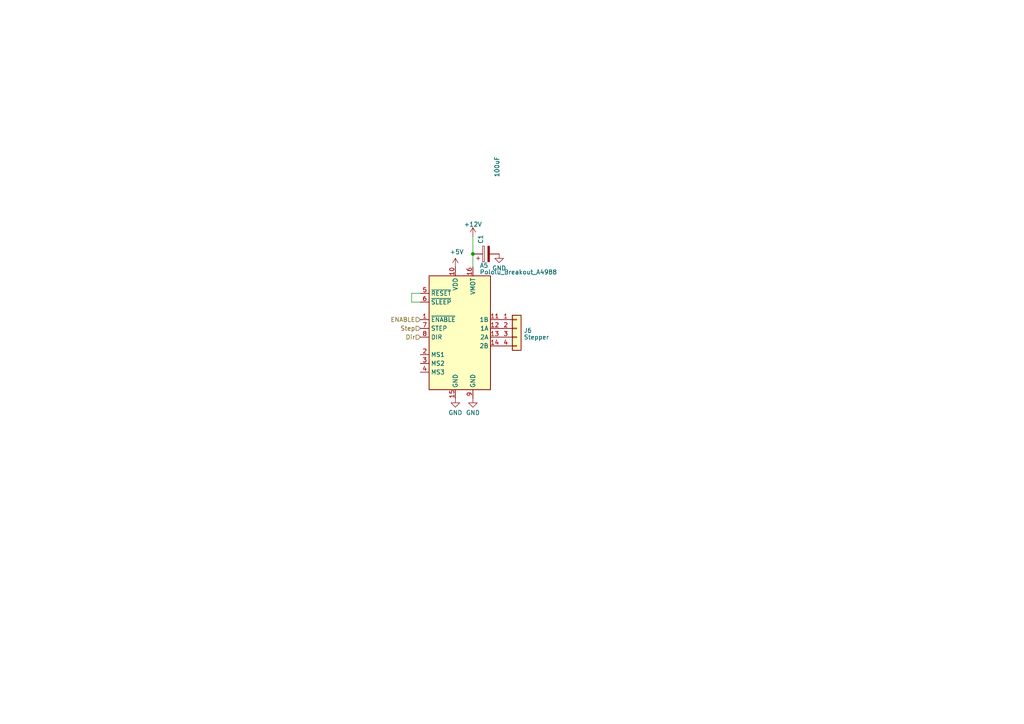
<source format=kicad_sch>
(kicad_sch (version 20230121) (generator eeschema)
  (paper "A4")
  (lib_symbols
    (symbol "AA-ROBSCH:Stepper-Board"
      (property "Reference" "A3" (at 7.0359 18.2499 0))
      (property "Value" "Pololu_Breakout_A4988" (at 7.0359 16.3289 0))
      (symbol "Stepper-Board_0_1"
        (rectangle (start 10.16 -17.78) (end -7.62 15.24) (stroke (width 0.254)) (fill (type background)))
      )
      (symbol "Stepper-Board_1_1"
        (pin input line (at -10.16 2.54 0) (length 2.54) (name "~{ENABLE}") (number "1"))
        (pin power_in line (at 0 17.78 270) (length 2.54) (name "VDD") (number "10"))
        (pin output line (at 12.7 2.54 180) (length 2.54) (name "1B") (number "11"))
        (pin output line (at 12.7 0 180) (length 2.54) (name "1A") (number "12"))
        (pin output line (at 12.7 -2.54 180) (length 2.54) (name "2A") (number "13"))
        (pin output line (at 12.7 -5.08 180) (length 2.54) (name "2B") (number "14"))
        (pin power_in line (at 0 -20.32 90) (length 2.54) (name "GND") (number "15"))
        (pin power_in line (at 5.08 17.78 270) (length 2.54) (name "VMOT") (number "16"))
        (pin input line (at -10.16 -7.62 0) (length 2.54) (name "MS1") (number "2"))
        (pin input line (at -10.16 -10.16 0) (length 2.54) (name "MS2") (number "3"))
        (pin input line (at -10.16 -12.7 0) (length 2.54) (name "MS3") (number "4"))
        (pin input line (at -10.16 10.16 0) (length 2.54) (name "~{RESET}") (number "5"))
        (pin input line (at -10.16 7.62 0) (length 2.54) (name "~{SLEEP}") (number "6"))
        (pin input line (at -10.16 0 0) (length 2.54) (name "STEP") (number "7"))
        (pin input line (at -10.16 -2.54 0) (length 2.54) (name "DIR") (number "8"))
        (pin power_in line (at 5.08 -20.32 90) (length 2.54) (name "GND") (number "9"))
      )
    )
    (symbol "Connector_Generic:Conn_01x04" (pin_names (offset 1.016) hide)
      (property "Reference" "J" (at 0 5.08 0))
      (property "Value" "Conn_01x04" (at 0 -7.62 0))
      (symbol "Conn_01x04_1_1"
        (rectangle (start -1.27 -4.953) (end 0 -5.207) (stroke (width 0.1524)))
        (rectangle (start -1.27 -2.413) (end 0 -2.667) (stroke (width 0.1524)))
        (rectangle (start -1.27 0.127) (end 0 -0.127) (stroke (width 0.1524)))
        (rectangle (start -1.27 2.667) (end 0 2.413) (stroke (width 0.1524)))
        (rectangle (start -1.27 3.81) (end 1.27 -6.35) (stroke (width 0.254)) (fill (type background)))
        (pin passive line (at -5.08 2.54 0) (length 3.81) (name "Pin_1") (number "1"))
        (pin passive line (at -5.08 0 0) (length 3.81) (name "Pin_2") (number "2"))
        (pin passive line (at -5.08 -2.54 0) (length 3.81) (name "Pin_3") (number "3"))
        (pin passive line (at -5.08 -5.08 0) (length 3.81) (name "Pin_4") (number "4"))
      )
    )
    (symbol "Device:C_Polarized" (pin_numbers hide) (pin_names (offset 0.254))
      (property "Reference" "C" (at 0.635 2.54 0))
      (property "Value" "C_Polarized" (at 0.635 -2.54 0))
      (symbol "C_Polarized_0_1"
        (rectangle (start -2.286 0.508) (end 2.286 1.016))
        (polyline (pts (xy -1.778 2.286) (xy -0.762 2.286)))
        (polyline (pts (xy -1.27 2.794) (xy -1.27 1.778)))
        (rectangle (start 2.286 -0.508) (end -2.286 -1.016) (fill (type outline)))
      )
      (symbol "C_Polarized_1_1"
        (pin passive line (at 0 3.81 270) (length 2.794) (name "~") (number "1"))
        (pin passive line (at 0 -3.81 90) (length 2.794) (name "~") (number "2"))
      )
    )
    (symbol "power:+12V" (power) (pin_names (offset 0))
      (property "Value" "+12V" (at 0 3.556 0))
      (symbol "+12V_0_1"
        (polyline (pts (xy -0.762 1.27) (xy 0 2.54)))
        (polyline (pts (xy 0 0) (xy 0 2.54)))
        (polyline (pts (xy 0 2.54) (xy 0.762 1.27)))
      )
      (symbol "+12V_1_1"
        (pin power_in line (at 0 0 90) (length 0) hide (name "+12V") (number "1"))
      )
    )
    (symbol "power:+5V" (power) (pin_names (offset 0))
      (property "Value" "+5V" (at 0 3.556 0))
      (symbol "+5V_0_1"
        (polyline (pts (xy -0.762 1.27) (xy 0 2.54)))
        (polyline (pts (xy 0 0) (xy 0 2.54)))
        (polyline (pts (xy 0 2.54) (xy 0.762 1.27)))
      )
      (symbol "+5V_1_1"
        (pin power_in line (at 0 0 90) (length 0) hide (name "+5V") (number "1"))
      )
    )
    (symbol "power:GND" (power) (pin_names (offset 0))
      (property "Value" "GND" (at 0 -3.81 0))
      (symbol "GND_0_1"
        (polyline (pts (xy 0 0) (xy 0 -1.27) (xy 1.27 -1.27) (xy 0 -2.54) (xy -1.27 -1.27) (xy 0 -1.27)))
      )
      (symbol "GND_1_1"
        (pin power_in line (at 0 0 270) (length 0) hide (name "GND") (number "1"))
      )
    )
  )
  (junction (at 137.16 73.66))
  (wire (pts (xy 137.16 68.58) (xy 137.16 73.66)))
  (wire (pts (xy 121.92 87.63) (xy 119.38 87.63)))
  (wire (pts (xy 119.38 85.09) (xy 121.92 85.09)))
  (wire (pts (xy 137.16 73.66) (xy 137.16 77.47)))
  (wire (pts (xy 119.38 87.63) (xy 119.38 85.09)))
  (hierarchical_label "Step" (shape input) (at 121.92 95.25 180))
  (hierarchical_label "Dir" (shape input) (at 121.92 97.79 180))
  (hierarchical_label "ENABLE" (shape input) (at 121.92 92.71 180))
  (symbol (lib_id "power:GND") (at 132.08 115.57 0) (unit 1)
    (property "Reference" "#PWR01" (effects hide))
    (property "Value" "GND" (at 132.08 119.7055 0))
    (instances (project "PCB-DMX-STEPPER" (path "" (reference "#PWR01") (unit 1)) (path "" (reference "#PWR011") (unit 1)) (path "" (reference "#PWR01") (unit 1))))
  )
  (symbol (lib_id "Device:C_Polarized") (at 140.97 73.66 90) (unit 1)
    (property "Reference" "C1" (at 139.4373 70.739 0) (effects (justify left)))
    (property "Value" "100uF" (at 144.145 51.435 0) (effects (justify left)))
    (property "Footprint" "Capacitor_THT:CP_Radial_D5.0mm_P2.00mm" (effects hide))
    (instances (project "PCB-DMX-STEPPER" (path "" (reference "C1") (unit 1)) (path "" (reference "C5") (unit 1)) (path "" (reference "C6") (unit 1))))
  )
  (symbol (lib_id "AA-ROBSCH:Stepper-Board") (at 132.08 95.25 0) (unit 1)
    (property "Reference" "A5" (at 139.1159 77.0001 0) (effects (justify left)))
    (property "Value" "Pololu_Breakout_A4988" (at 139.1159 78.9211 0) (effects (justify left)))
    (property "Footprint" "Module:Pololu_Breakout-16_15.2x20.3mm" (effects hide))
    (property "Datasheet" "https://www.pololu.com/product/2980/pictures" (effects hide))
    (instances (project "PCB-DMX-STEPPER" (path "" (reference "A5") (unit 1)) (path "" (reference "A4") (unit 1))))
  )
  (symbol (lib_id "Connector_Generic:Conn_01x04") (at 149.86 95.25 0) (unit 1)
    (property "Reference" "J6" (at 151.892 95.8763 0) (effects (justify left)))
    (property "Value" "Stepper" (at 151.892 97.7973 0) (effects (justify left)))
    (property "Footprint" "Connector_Molex:Molex_KK-254_AE-6410-04A_1x04_P2.54mm_Vertical" (effects hide))
    (instances (project "PCB-DMX-STEPPER" (path "" (reference "J6") (unit 1)) (path "" (reference "J7") (unit 1))))
  )
  (symbol (lib_id "power:GND") (at 137.16 115.57 0) (unit 1)
    (property "Reference" "#PWR02" (effects hide))
    (property "Value" "GND" (at 137.16 119.7055 0))
    (instances (project "PCB-DMX-STEPPER" (path "" (reference "#PWR02") (unit 1)) (path "" (reference "#PWR013") (unit 1)) (path "" (reference "#PWR04") (unit 1))))
  )
  (symbol (lib_id "power:+12V") (at 137.16 68.58 0) (unit 1)
    (property "Reference" "#PWR04" (effects hide))
    (property "Value" "+12V" (at 137.16 65.0781 0))
    (instances (project "PCB-DMX-STEPPER" (path "" (reference "#PWR04") (unit 1)) (path "" (reference "#PWR012") (unit 1)) (path "" (reference "#PWR02") (unit 1))))
  )
  (symbol (lib_id "power:GND") (at 144.78 73.66 0) (unit 1)
    (property "Reference" "#PWR06" (effects hide))
    (property "Value" "GND" (at 144.78 77.7955 0))
    (instances (project "PCB-DMX-STEPPER" (path "" (reference "#PWR06") (unit 1)) (path "" (reference "#PWR014") (unit 1)) (path "" (reference "#PWR06") (unit 1))))
  )
  (symbol (lib_id "power:+5V") (at 132.08 77.47 0) (unit 1)
    (property "Reference" "#PWR5V0101" (effects hide))
    (property "Value" "+5V" (at 132.461 73.0758 0))
    (instances (project "DMXISO" (path "" (reference "#PWR5V0101") (unit 1))) (project "PCB-DMX-STEPPER" (path "" (reference "#PWR5V01") (unit 1)) (path "" (reference "#PWR5V02") (unit 1)) (path "" (reference "#PWR5V01") (unit 1))))
  )
)
</source>
